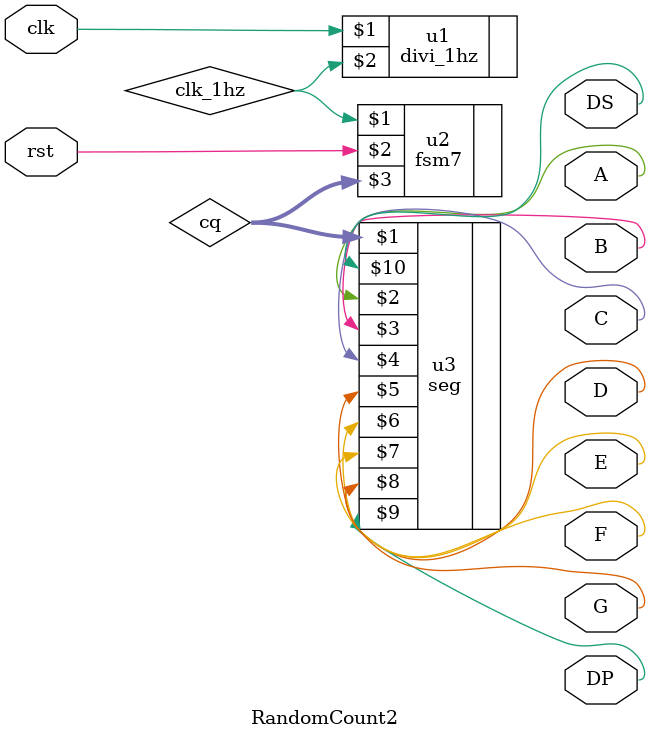
<source format=v>
module RandomCount2(clk,rst,A,B,C,D,E,F,G,DP,DS);
input clk,rst;
output wire A,B,C,D,E,F,G,DP,DS;
wire clk_1hz;
wire [2:0]cq;
//divi_1hz
divi_1hz u1(clk,clk_1hz);
//fsm7
fsm7 u2(clk_1hz,rst,cq);
//seg
seg u3(cq,A,B,C,D,E,F,G,DP,DS);
endmodule

</source>
